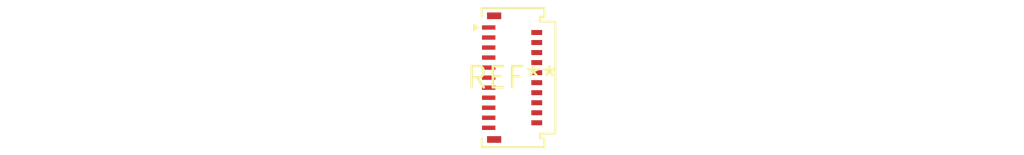
<source format=kicad_pcb>
(kicad_pcb (version 20240108) (generator pcbnew)
  (layers (0 "F.Cu" signal) (31 "B.Cu" signal) (34 "B.Paste" user) (35 "F.Paste" user) (36 "B.SilkS" user "B.Silkscreen") (37 "F.SilkS" user "F.Silkscreen") (38 "B.Mask" user) (39 "F.Mask" user) (44 "Edge.Cuts" user))
  (net 0 "")
  (footprint "Molex_502250-2191_2Rows-21Pins-1MP_P0.60mm_Horizontal" (layer "F.Cu") (at 0 0)
    (property "Reference" "REF**")
    (property "Value" "Molex_502250-2191_2Rows-21Pins-1MP_P0.60mm_Horizontal")
    (fp_line (start -2.272132 -3.15) (end -2.06 -3) (layer "F.SilkS") (stroke (width 0.12)))
    (fp_line (start -2.272132 -2.85) (end -2.272132 -3.15) (layer "F.SilkS") (stroke (width 0.12)))
    (fp_line (start -2.06 -3) (end -2.272132 -2.85) (layer "F.SilkS") (stroke (width 0.12)))
    (fp_line (start -1.82 -4.16) (end 1.93 -4.16) (layer "F.SilkS") (stroke (width 0.12)))
    (fp_line (start -1.82 -3.66) (end -1.82 -4.16) (layer "F.SilkS") (stroke (width 0.12)))
    (fp_line (start -1.82 3.66) (end -1.82 4.16) (layer "F.SilkS") (stroke (width 0.12)))
    (fp_line (start -1.82 4.16) (end 1.93 4.16) (layer "F.SilkS") (stroke (width 0.12)))
    (fp_line (start 1.68 -3.64) (end 1.68 -3.35) (layer "F.SilkS") (stroke (width 0.12)))
    (fp_line (start 1.68 -3.35) (end 2.59 -3.35) (layer "F.SilkS") (stroke (width 0.12)))
    (fp_line (start 1.68 3.35) (end 2.59 3.35) (layer "F.SilkS") (stroke (width 0.12)))
    (fp_line (start 1.68 3.64) (end 1.68 3.35) (layer "F.SilkS") (stroke (width 0.12)))
    (fp_line (start 1.93 -4.16) (end 1.93 -3.64) (layer "F.SilkS") (stroke (width 0.12)))
    (fp_line (start 1.93 -3.64) (end 1.68 -3.64) (layer "F.SilkS") (stroke (width 0.12)))
    (fp_line (start 1.93 3.64) (end 1.68 3.64) (layer "F.SilkS") (stroke (width 0.12)))
    (fp_line (start 1.93 4.16) (end 1.93 3.64) (layer "F.SilkS") (stroke (width 0.12)))
    (fp_line (start 2.59 -3.35) (end 2.59 0) (layer "F.SilkS") (stroke (width 0.12)))
    (fp_line (start 2.59 3.35) (end 2.59 0) (layer "F.SilkS") (stroke (width 0.12)))
    (pad "1" smd rect (at -1.4 -3) (size 0.8 0.26) (layers "F.Cu" "F.Paste" "F.Mask"))
    (pad "2" smd rect (at 1.475 -2.7) (size 0.65 0.3) (layers "F.Cu" "F.Paste" "F.Mask"))
    (pad "3" smd rect (at -1.4 -2.4) (size 0.8 0.26) (layers "F.Cu" "F.Paste" "F.Mask"))
    (pad "4" smd rect (at 1.475 -2.1) (size 0.65 0.3) (layers "F.Cu" "F.Paste" "F.Mask"))
    (pad "5" smd rect (at -1.4 -1.8) (size 0.8 0.26) (layers "F.Cu" "F.Paste" "F.Mask"))
    (pad "6" smd rect (at 1.475 -1.5) (size 0.65 0.3) (layers "F.Cu" "F.Paste" "F.Mask"))
    (pad "7" smd rect (at -1.4 -1.2) (size 0.8 0.26) (layers "F.Cu" "F.Paste" "F.Mask"))
    (pad "8" smd rect (at 1.475 -0.9) (size 0.65 0.3) (layers "F.Cu" "F.Paste" "F.Mask"))
    (pad "9" smd rect (at -1.4 -0.6) (size 0.8 0.26) (layers "F.Cu" "F.Paste" "F.Mask"))
    (pad "10" smd rect (at 1.475 -0.3) (size 0.65 0.3) (layers "F.Cu" "F.Paste" "F.Mask"))
    (pad "11" smd rect (at -1.4 0) (size 0.8 0.26) (layers "F.Cu" "F.Paste" "F.Mask"))
    (pad "12" smd rect (at 1.475 0.3) (size 0.65 0.3) (layers "F.Cu" "F.Paste" "F.Mask"))
    (pad "13" smd rect (at -1.4 0.6) (size 0.8 0.26) (layers "F.Cu" "F.Paste" "F.Mask"))
    (pad "14" smd rect (at 1.475 0.9) (size 0.65 0.3) (layers "F.Cu" "F.Paste" "F.Mask"))
    (pad "15" smd rect (at -1.4 1.2) (size 0.8 0.26) (layers "F.Cu" "F.Paste" "F.Mask"))
    (pad "16" smd rect (at 1.475 1.5) (size 0.65 0.3) (layers "F.Cu" "F.Paste" "F.Mask"))
    (pad "17" smd rect (at -1.4 1.8) (size 0.8 0.26) (layers "F.Cu" "F.Paste" "F.Mask"))
    (pad "18" smd rect (at 1.475 2.1) (size 0.65 0.3) (layers "F.Cu" "F.Paste" "F.Mask"))
    (pad "19" smd rect (at -1.4 2.4) (size 0.8 0.26) (layers "F.Cu" "F.Paste" "F.Mask"))
    (pad "20" smd rect (at 1.475 2.7) (size 0.65 0.3) (layers "F.Cu" "F.Paste" "F.Mask"))
    (pad "21" smd rect (at -1.4 3) (size 0.8 0.26) (layers "F.Cu" "F.Paste" "F.Mask"))
    (pad "MP" smd rect (at -1.075 -3.7) (size 0.85 0.4) (layers "F.Cu" "F.Paste" "F.Mask"))
    (pad "MP" smd rect (at -1.075 3.7) (size 0.85 0.4) (layers "F.Cu" "F.Paste" "F.Mask"))
  )
)
</source>
